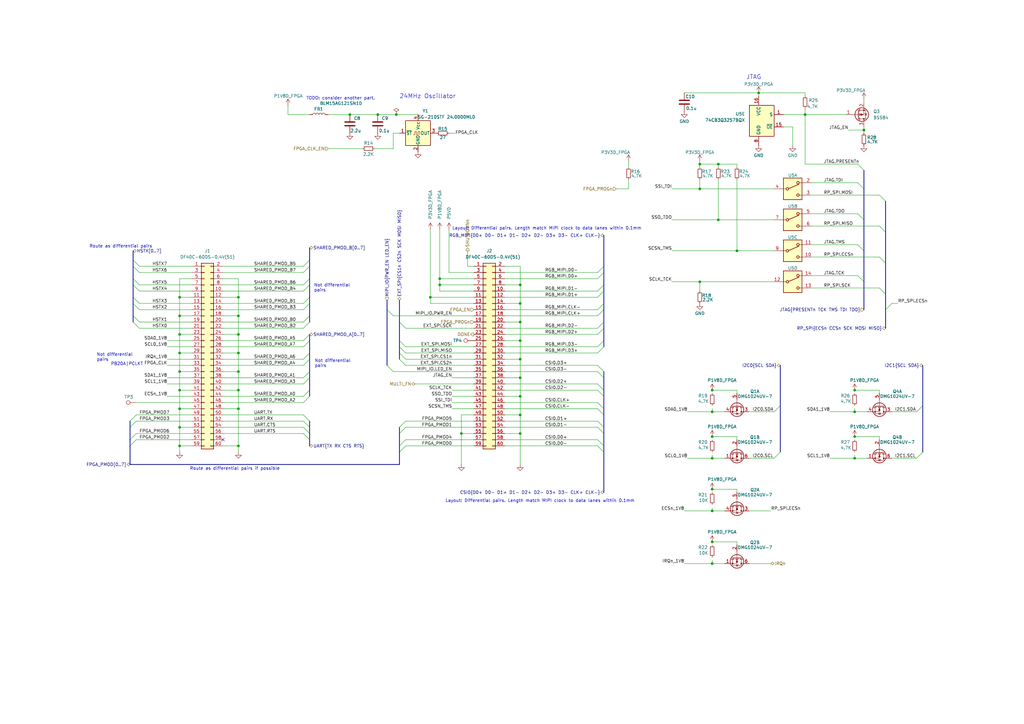
<source format=kicad_sch>
(kicad_sch (version 20250114) (generator "eeschema") (generator_version "9.0")
  (paper "A3")
  (title_block (title "SYZYGY MIPI Adapter") (rev "0.1") (company "tinyVision.ai Inc."))
  (text "24MHz Oscillator" (at 163.83 40.64 0) (effects (font (size 1.778 1.778)) (justify left bottom)))
  (text "Layout: Differential pairs. Length match MIPI clock to data lanes within 0.1mm" (at 221.488 205.486 0) (effects (font (size 1.27 1.27))))
  (text "TODO: consider another part." (at 139.7 40.386 0) (effects (font (size 1.27 1.27))))
  (text "Not differential\npairs" (at 39.624 146.558 0) (effects (font (size 1.27 1.27)) (justify left)))
  (text "JTAG" (at 306.07 32.766 0) (effects (font (size 1.778 1.778)) (justify left bottom)))
  (text "PB20A|PCLKT" (at 52.07 149.352 0) (effects (font (size 1.27 1.27))))
  (text "Route as differential pairs" (at 62.484 101.092 0) (effects (font (size 1.27 1.27)) (justify right)))
  (text "Layout: Differential pairs. Length match MIPI clock to data lanes within 0.1mm" (at 224.282 93.726 0) (effects (font (size 1.27 1.27))))
  (text "Route as differential pairs if possible" (at 114.808 192.278 0) (effects (font (size 1.27 1.27)) (justify right)))
  (text "Not differential\npairs" (at 129.032 149.098 0) (effects (font (size 1.27 1.27)) (justify left)))
  (text "Not differential\npairs" (at 128.778 118.11 0) (effects (font (size 1.27 1.27)) (justify left)))
  (junction (at 213.36 139.7))
  (junction (at 97.79 121.92))
  (junction (at 73.66 175.26))
  (junction (at 292.1 179.07))
  (junction (at 189.23 177.8))
  (junction (at 73.66 144.78))
  (junction (at 287.02 77.47))
  (junction (at 213.36 124.46))
  (junction (at 73.66 160.02))
  (junction (at 213.36 147.32))
  (junction (at 213.36 170.18))
  (junction (at 143.51 46.99))
  (junction (at 213.36 177.8))
  (junction (at 287.02 115.57))
  (junction (at 97.79 144.78))
  (junction (at 213.36 154.94))
  (junction (at 73.66 152.4))
  (junction (at 292.1 209.55))
  (junction (at 97.79 152.4))
  (junction (at 154.94 46.99))
  (junction (at 350.52 179.07))
  (junction (at 176.53 121.92))
  (junction (at 292.1 187.96))
  (junction (at 311.15 38.1))
  (junction (at 73.66 167.64))
  (junction (at 294.64 67.31))
  (junction (at 292.1 168.91))
  (junction (at 73.66 129.54))
  (junction (at 73.66 182.88))
  (junction (at 292.1 160.02))
  (junction (at 330.2 46.99))
  (junction (at 97.79 182.88))
  (junction (at 73.66 137.16))
  (junction (at 180.34 116.84))
  (junction (at 354.33 53.34))
  (junction (at 292.1 200.66))
  (junction (at 97.79 167.64))
  (junction (at 97.79 160.02))
  (junction (at 97.79 129.54))
  (junction (at 350.52 160.02))
  (junction (at 350.52 187.96))
  (junction (at 73.66 121.92))
  (junction (at 302.26 102.87))
  (junction (at 97.79 137.16))
  (junction (at 292.1 222.25))
  (junction (at 213.36 116.84))
  (junction (at 213.36 162.56))
  (junction (at 180.34 114.3))
  (junction (at 162.56 46.99))
  (junction (at 350.52 168.91))
  (junction (at 213.36 132.08))
  (junction (at 292.1 231.14))
  (junction (at 294.64 90.17))
  (junction (at 287.02 67.31))
  (no_connect (at 91.44 180.34))
  (bus_entry (at 354.33 90.17) (size -2.54 -2.54))
  (bus_entry (at 360.68 92.71) (size 2.54 2.54))
  (bus_entry (at 163.83 132.08) (size 2.54 2.54))
  (bus_entry (at 127 114.3) (size -2.54 2.54))
  (bus_entry (at 53.34 182.88) (size 2.54 -2.54))
  (bus_entry (at 354.33 77.47) (size -2.54 -2.54))
  (bus_entry (at 247.65 154.94) (size -2.54 -2.54))
  (bus_entry (at 247.65 167.64) (size -2.54 -2.54))
  (bus_entry (at 363.22 120.65) (size -2.54 -2.54))
  (bus_entry (at 163.83 144.78) (size 2.54 2.54))
  (bus_entry (at 360.68 105.41) (size 2.54 2.54))
  (bus_entry (at 127 137.16) (size -2.54 2.54))
  (bus_entry (at 127 124.46) (size -2.54 2.54))
  (bus_entry (at 320.04 185.42) (size -2.54 2.54))
  (bus_entry (at 54.61 121.92) (size 2.54 2.54))
  (bus_entry (at 127 116.84) (size -2.54 2.54))
  (bus_entry (at 163.83 142.24) (size 2.54 2.54))
  (bus_entry (at 127 132.08) (size -2.54 2.54))
  (bus_entry (at 127 162.56) (size -2.54 2.54))
  (bus_entry (at 378.46 166.37) (size -2.54 2.54))
  (bus_entry (at 158.75 127) (size 2.54 2.54))
  (bus_entry (at 247.65 124.46) (size -2.54 2.54))
  (bus_entry (at 127 152.4) (size -2.54 2.54))
  (bus_entry (at 127 106.68) (size -2.54 2.54))
  (bus_entry (at 247.65 162.56) (size -2.54 -2.54))
  (bus_entry (at 127 147.32) (size -2.54 2.54))
  (bus_entry (at 127 144.78) (size -2.54 2.54))
  (bus_entry (at 163.83 175.26) (size 2.54 -2.54))
  (bus_entry (at 378.46 185.42) (size -2.54 2.54))
  (bus_entry (at 247.65 127) (size -2.54 2.54))
  (bus_entry (at 363.22 82.55) (size -2.54 -2.54))
  (bus_entry (at 53.34 172.72) (size 2.54 -2.54))
  (bus_entry (at 127 129.54) (size -2.54 2.54))
  (bus_entry (at 127 121.92) (size -2.54 2.54))
  (bus_entry (at 54.61 129.54) (size 2.54 2.54))
  (bus_entry (at 247.65 116.84) (size -2.54 2.54))
  (bus_entry (at 127 175.26) (size -2.54 -2.54))
  (bus_entry (at 54.61 132.08) (size 2.54 2.54))
  (bus_entry (at 127 180.34) (size -2.54 -2.54))
  (bus_entry (at 247.65 175.26) (size -2.54 -2.54))
  (bus_entry (at 53.34 175.26) (size 2.54 -2.54))
  (bus_entry (at 163.83 177.8) (size 2.54 -2.54))
  (bus_entry (at 247.65 152.4) (size -2.54 -2.54))
  (bus_entry (at 247.65 170.18) (size -2.54 -2.54))
  (bus_entry (at 127 139.7) (size -2.54 2.54))
  (bus_entry (at 247.65 177.8) (size -2.54 -2.54))
  (bus_entry (at 54.61 114.3) (size 2.54 2.54))
  (bus_entry (at 247.65 185.42) (size -2.54 -2.54))
  (bus_entry (at 53.34 180.34) (size 2.54 -2.54))
  (bus_entry (at 54.61 124.46) (size 2.54 2.54))
  (bus_entry (at 247.65 142.24) (size -2.54 2.54))
  (bus_entry (at 247.65 132.08) (size -2.54 2.54))
  (bus_entry (at 163.83 185.42) (size 2.54 -2.54))
  (bus_entry (at 247.65 134.62) (size -2.54 2.54))
  (bus_entry (at 127 154.94) (size -2.54 2.54))
  (bus_entry (at 158.75 149.86) (size 2.54 2.54))
  (bus_entry (at 247.65 119.38) (size -2.54 2.54))
  (bus_entry (at 127 172.72) (size -2.54 -2.54))
  (bus_entry (at 247.65 111.76) (size -2.54 2.54))
  (bus_entry (at 354.33 115.57) (size -2.54 -2.54))
  (bus_entry (at 163.83 139.7) (size 2.54 2.54))
  (bus_entry (at 54.61 106.68) (size 2.54 2.54))
  (bus_entry (at 54.61 116.84) (size 2.54 2.54))
  (bus_entry (at 247.65 160.02) (size -2.54 -2.54))
  (bus_entry (at 163.83 147.32) (size 2.54 2.54))
  (bus_entry (at 363.22 127) (size 2.54 -2.54))
  (bus_entry (at 127 177.8) (size -2.54 -2.54))
  (bus_entry (at 247.65 182.88) (size -2.54 -2.54))
  (bus_entry (at 354.33 102.87) (size -2.54 -2.54))
  (bus_entry (at 163.83 182.88) (size 2.54 -2.54))
  (bus_entry (at 127 109.22) (size -2.54 2.54))
  (bus_entry (at 354.33 69.85) (size -2.54 -2.54))
  (bus_entry (at 247.65 139.7) (size -2.54 2.54))
  (bus_entry (at 127 160.02) (size -2.54 2.54))
  (bus_entry (at 54.61 109.22) (size 2.54 2.54))
  (bus_entry (at 247.65 109.22) (size -2.54 2.54))
  (bus_entry (at 320.04 166.37) (size -2.54 2.54))
  (bus (pts (xy 247.65 127) (xy 247.65 132.08)))
  (wire (pts (xy 207.01 165.1) (xy 245.11 165.1)))
  (wire (pts (xy 73.66 182.88) (xy 78.74 182.88)))
  (wire (pts (xy 73.66 167.64) (xy 78.74 167.64)))
  (wire (pts (xy 97.79 121.92) (xy 97.79 129.54)))
  (wire (pts (xy 91.44 170.18) (xy 124.46 170.18)))
  (wire (pts (xy 73.66 121.92) (xy 73.66 129.54)))
  (bus (pts (xy 163.83 144.78) (xy 163.83 147.32)))
  (wire (pts (xy 166.37 142.24) (xy 194.31 142.24)))
  (wire (pts (xy 134.62 60.96) (xy 148.59 60.96)))
  (bus (pts (xy 127 116.84) (xy 127 121.92)))
  (bus (pts (xy 127 152.4) (xy 127 154.94)))
  (wire (pts (xy 73.66 144.78) (xy 73.66 152.4)))
  (bus (pts (xy 54.61 109.22) (xy 54.61 114.3)))
  (bus (pts (xy 54.61 129.54) (xy 54.61 132.08)))
  (wire (pts (xy 57.15 119.38) (xy 78.74 119.38)))
  (wire (pts (xy 180.34 114.3) (xy 194.31 114.3)))
  (bus (pts (xy 247.65 160.02) (xy 247.65 154.94)))
  (wire (pts (xy 332.74 113.03) (xy 351.79 113.03)))
  (wire (pts (xy 91.44 127) (xy 124.46 127)))
  (wire (pts (xy 91.44 144.78) (xy 97.79 144.78)))
  (wire (pts (xy 207.01 149.86) (xy 245.11 149.86)))
  (bus (pts (xy 363.22 82.55) (xy 363.22 95.25)))
  (wire (pts (xy 275.59 115.57) (xy 287.02 115.57)))
  (wire (pts (xy 191.77 102.87) (xy 191.77 109.22)))
  (bus (pts (xy 354.33 77.47) (xy 354.33 90.17)))
  (bus (pts (xy 127 114.3) (xy 127 116.84)))
  (wire (pts (xy 213.36 170.18) (xy 213.36 177.8)))
  (wire (pts (xy 207.01 172.72) (xy 245.11 172.72)))
  (wire (pts (xy 170.18 157.48) (xy 194.31 157.48)))
  (wire (pts (xy 73.66 160.02) (xy 73.66 167.64)))
  (wire (pts (xy 340.36 168.91) (xy 350.52 168.91)))
  (wire (pts (xy 176.53 124.46) (xy 194.31 124.46)))
  (bus (pts (xy 247.65 201.93) (xy 247.65 185.42)))
  (bus (pts (xy 247.65 170.18) (xy 247.65 167.64)))
  (wire (pts (xy 213.36 177.8) (xy 213.36 190.5)))
  (wire (pts (xy 257.81 77.47) (xy 252.73 77.47)))
  (wire (pts (xy 207.01 132.08) (xy 213.36 132.08)))
  (bus (pts (xy 163.83 142.24) (xy 163.83 144.78)))
  (wire (pts (xy 302.26 73.66) (xy 302.26 102.87)))
  (wire (pts (xy 57.15 116.84) (xy 78.74 116.84)))
  (wire (pts (xy 68.58 147.32) (xy 78.74 147.32)))
  (wire (pts (xy 292.1 208.28) (xy 292.1 209.55)))
  (wire (pts (xy 207.01 180.34) (xy 245.11 180.34)))
  (wire (pts (xy 332.74 92.71) (xy 360.68 92.71)))
  (bus (pts (xy 158.75 123.19) (xy 158.75 127)))
  (wire (pts (xy 68.58 157.48) (xy 78.74 157.48)))
  (bus (pts (xy 354.33 90.17) (xy 354.33 102.87)))
  (wire (pts (xy 73.66 129.54) (xy 73.66 137.16)))
  (wire (pts (xy 189.23 170.18) (xy 189.23 177.8)))
  (wire (pts (xy 365.76 187.96) (xy 375.92 187.96)))
  (wire (pts (xy 73.66 114.3) (xy 73.66 121.92)))
  (wire (pts (xy 55.88 170.18) (xy 78.74 170.18)))
  (wire (pts (xy 360.68 180.34) (xy 360.68 179.07)))
  (wire (pts (xy 330.2 67.31) (xy 351.79 67.31)))
  (wire (pts (xy 257.81 66.04) (xy 257.81 68.58)))
  (wire (pts (xy 184.15 111.76) (xy 194.31 111.76)))
  (wire (pts (xy 294.64 68.58) (xy 294.64 67.31)))
  (bus (pts (xy 54.61 102.87) (xy 54.61 106.68)))
  (wire (pts (xy 302.26 200.66) (xy 292.1 200.66)))
  (wire (pts (xy 166.37 172.72) (xy 194.31 172.72)))
  (wire (pts (xy 176.53 93.98) (xy 176.53 121.92)))
  (wire (pts (xy 97.79 185.42) (xy 97.79 182.88)))
  (wire (pts (xy 350.52 167.64) (xy 350.52 168.91)))
  (wire (pts (xy 287.02 115.57) (xy 317.5 115.57)))
  (wire (pts (xy 180.34 119.38) (xy 194.31 119.38)))
  (wire (pts (xy 321.31 46.99) (xy 330.2 46.99)))
  (bus (pts (xy 247.65 142.24) (xy 247.65 139.7)))
  (wire (pts (xy 302.26 102.87) (xy 317.5 102.87)))
  (wire (pts (xy 194.31 177.8) (xy 189.23 177.8)))
  (wire (pts (xy 185.42 165.1) (xy 194.31 165.1)))
  (wire (pts (xy 97.79 114.3) (xy 97.79 121.92)))
  (wire (pts (xy 332.74 100.33) (xy 351.79 100.33)))
  (wire (pts (xy 350.52 168.91) (xy 355.6 168.91)))
  (wire (pts (xy 73.66 175.26) (xy 78.74 175.26)))
  (wire (pts (xy 91.44 119.38) (xy 124.46 119.38)))
  (wire (pts (xy 207.01 137.16) (xy 245.11 137.16)))
  (wire (pts (xy 91.44 165.1) (xy 124.46 165.1)))
  (wire (pts (xy 330.2 44.45) (xy 330.2 46.99)))
  (wire (pts (xy 189.23 177.8) (xy 189.23 190.5)))
  (wire (pts (xy 360.68 179.07) (xy 350.52 179.07)))
  (wire (pts (xy 213.36 109.22) (xy 213.36 116.84)))
  (bus (pts (xy 247.65 134.62) (xy 247.65 139.7)))
  (wire (pts (xy 91.44 134.62) (xy 124.46 134.62)))
  (wire (pts (xy 57.15 111.76) (xy 78.74 111.76)))
  (wire (pts (xy 360.68 160.02) (xy 360.68 161.29)))
  (wire (pts (xy 161.29 60.96) (xy 161.29 54.61)))
  (bus (pts (xy 163.83 123.19) (xy 163.83 132.08)))
  (wire (pts (xy 332.74 87.63) (xy 351.79 87.63)))
  (wire (pts (xy 91.44 111.76) (xy 124.46 111.76)))
  (wire (pts (xy 213.36 139.7) (xy 213.36 147.32)))
  (wire (pts (xy 162.56 46.99) (xy 171.45 46.99)))
  (bus (pts (xy 127 121.92) (xy 127 124.46)))
  (wire (pts (xy 302.26 68.58) (xy 302.26 67.31)))
  (wire (pts (xy 280.67 231.14) (xy 292.1 231.14)))
  (bus (pts (xy 127 129.54) (xy 127 132.08)))
  (wire (pts (xy 207.01 167.64) (xy 245.11 167.64)))
  (wire (pts (xy 302.26 201.93) (xy 302.26 200.66)))
  (wire (pts (xy 161.29 129.54) (xy 194.31 129.54)))
  (bus (pts (xy 127 106.68) (xy 127 109.22)))
  (wire (pts (xy 97.79 137.16) (xy 97.79 144.78)))
  (wire (pts (xy 55.88 165.1) (xy 78.74 165.1)))
  (wire (pts (xy 57.15 124.46) (xy 78.74 124.46)))
  (wire (pts (xy 91.44 147.32) (xy 124.46 147.32)))
  (wire (pts (xy 275.59 90.17) (xy 294.64 90.17)))
  (wire (pts (xy 365.76 124.46) (xy 368.3 124.46)))
  (wire (pts (xy 57.15 127) (xy 78.74 127)))
  (wire (pts (xy 340.36 187.96) (xy 350.52 187.96)))
  (wire (pts (xy 275.59 77.47) (xy 287.02 77.47)))
  (wire (pts (xy 207.01 177.8) (xy 213.36 177.8)))
  (wire (pts (xy 55.88 172.72) (xy 78.74 172.72)))
  (wire (pts (xy 73.66 129.54) (xy 78.74 129.54)))
  (bus (pts (xy 363.22 127) (xy 363.22 134.62)))
  (wire (pts (xy 68.58 139.7) (xy 78.74 139.7)))
  (bus (pts (xy 127 109.22) (xy 127 114.3)))
  (wire (pts (xy 91.44 129.54) (xy 97.79 129.54)))
  (bus (pts (xy 127 180.34) (xy 127 182.88)))
  (wire (pts (xy 207.01 170.18) (xy 213.36 170.18)))
  (bus (pts (xy 247.65 116.84) (xy 247.65 111.76)))
  (bus (pts (xy 127 175.26) (xy 127 177.8)))
  (wire (pts (xy 350.52 186.69) (xy 350.52 187.96)))
  (wire (pts (xy 161.29 152.4) (xy 194.31 152.4)))
  (bus (pts (xy 354.33 102.87) (xy 354.33 115.57)))
  (wire (pts (xy 73.66 152.4) (xy 78.74 152.4)))
  (wire (pts (xy 73.66 160.02) (xy 78.74 160.02)))
  (wire (pts (xy 207.01 119.38) (xy 245.11 119.38)))
  (bus (pts (xy 127 101.6) (xy 127 106.68)))
  (wire (pts (xy 292.1 167.64) (xy 292.1 168.91)))
  (wire (pts (xy 325.12 52.07) (xy 321.31 52.07)))
  (wire (pts (xy 281.94 168.91) (xy 292.1 168.91)))
  (wire (pts (xy 280.67 209.55) (xy 292.1 209.55)))
  (wire (pts (xy 207.01 147.32) (xy 213.36 147.32)))
  (wire (pts (xy 287.02 67.31) (xy 287.02 68.58)))
  (wire (pts (xy 307.34 231.14) (xy 316.23 231.14)))
  (wire (pts (xy 207.01 134.62) (xy 245.11 134.62)))
  (wire (pts (xy 166.37 134.62) (xy 194.31 134.62)))
  (wire (pts (xy 78.74 114.3) (xy 73.66 114.3)))
  (wire (pts (xy 311.15 38.1) (xy 330.2 38.1)))
  (wire (pts (xy 91.44 114.3) (xy 97.79 114.3)))
  (bus (pts (xy 363.22 120.65) (xy 363.22 127)))
  (wire (pts (xy 91.44 124.46) (xy 124.46 124.46)))
  (bus (pts (xy 247.65 127) (xy 247.65 124.46)))
  (wire (pts (xy 68.58 142.24) (xy 78.74 142.24)))
  (wire (pts (xy 97.79 144.78) (xy 97.79 152.4)))
  (wire (pts (xy 332.74 118.11) (xy 360.68 118.11)))
  (wire (pts (xy 180.34 93.98) (xy 180.34 114.3)))
  (wire (pts (xy 330.2 46.99) (xy 330.2 67.31)))
  (wire (pts (xy 207.01 109.22) (xy 213.36 109.22)))
  (bus (pts (xy 247.65 109.22) (xy 247.65 111.76)))
  (bus (pts (xy 127 172.72) (xy 127 175.26)))
  (bus (pts (xy 247.65 167.64) (xy 247.65 162.56)))
  (wire (pts (xy 97.79 152.4) (xy 97.79 160.02)))
  (wire (pts (xy 91.44 175.26) (xy 124.46 175.26)))
  (bus (pts (xy 378.46 149.86) (xy 378.46 166.37)))
  (wire (pts (xy 176.53 121.92) (xy 176.53 124.46)))
  (bus (pts (xy 163.83 177.8) (xy 163.83 182.88)))
  (wire (pts (xy 185.42 167.64) (xy 194.31 167.64)))
  (wire (pts (xy 91.44 167.64) (xy 97.79 167.64)))
  (bus (pts (xy 127 137.16) (xy 127 139.7)))
  (wire (pts (xy 55.88 180.34) (xy 78.74 180.34)))
  (wire (pts (xy 176.53 121.92) (xy 194.31 121.92)))
  (bus (pts (xy 247.65 177.8) (xy 247.65 182.88)))
  (bus (pts (xy 247.65 96.52) (xy 247.65 109.22)))
  (wire (pts (xy 97.79 167.64) (xy 97.79 182.88)))
  (wire (pts (xy 207.01 160.02) (xy 245.11 160.02)))
  (wire (pts (xy 134.62 46.99) (xy 143.51 46.99)))
  (bus (pts (xy 247.65 177.8) (xy 247.65 175.26)))
  (wire (pts (xy 184.15 93.98) (xy 184.15 111.76)))
  (wire (pts (xy 207.01 157.48) (xy 245.11 157.48)))
  (wire (pts (xy 213.36 162.56) (xy 213.36 170.18)))
  (wire (pts (xy 91.44 121.92) (xy 97.79 121.92)))
  (wire (pts (xy 280.67 38.1) (xy 311.15 38.1)))
  (wire (pts (xy 91.44 116.84) (xy 124.46 116.84)))
  (bus (pts (xy 54.61 116.84) (xy 54.61 121.92)))
  (wire (pts (xy 257.81 73.66) (xy 257.81 77.47)))
  (bus (pts (xy 320.04 149.86) (xy 320.04 166.37)))
  (wire (pts (xy 91.44 142.24) (xy 124.46 142.24)))
  (bus (pts (xy 247.65 116.84) (xy 247.65 119.38)))
  (wire (pts (xy 207.01 114.3) (xy 245.11 114.3)))
  (wire (pts (xy 287.02 73.66) (xy 287.02 77.47)))
  (wire (pts (xy 191.77 109.22) (xy 194.31 109.22)))
  (wire (pts (xy 184.15 54.61) (xy 186.69 54.61)))
  (wire (pts (xy 73.66 121.92) (xy 78.74 121.92)))
  (bus (pts (xy 127 177.8) (xy 127 180.34)))
  (wire (pts (xy 354.33 41.91) (xy 354.33 40.64)))
  (wire (pts (xy 68.58 149.86) (xy 78.74 149.86)))
  (wire (pts (xy 213.36 132.08) (xy 213.36 139.7)))
  (wire (pts (xy 166.37 144.78) (xy 194.31 144.78)))
  (bus (pts (xy 158.75 127) (xy 158.75 149.86)))
  (wire (pts (xy 213.36 147.32) (xy 213.36 154.94)))
  (bus (pts (xy 320.04 166.37) (xy 320.04 185.42)))
  (wire (pts (xy 302.26 67.31) (xy 294.64 67.31)))
  (bus (pts (xy 247.65 185.42) (xy 247.65 182.88)))
  (wire (pts (xy 73.66 137.16) (xy 78.74 137.16)))
  (bus (pts (xy 378.46 166.37) (xy 378.46 185.42)))
  (wire (pts (xy 302.26 160.02) (xy 302.26 161.29)))
  (bus (pts (xy 53.34 175.26) (xy 53.34 180.34)))
  (wire (pts (xy 354.33 53.34) (xy 354.33 52.07)))
  (wire (pts (xy 350.52 187.96) (xy 355.6 187.96)))
  (wire (pts (xy 292.1 209.55) (xy 297.18 209.55)))
  (wire (pts (xy 207.01 144.78) (xy 245.11 144.78)))
  (bus (pts (xy 247.65 154.94) (xy 247.65 152.4)))
  (wire (pts (xy 73.66 137.16) (xy 73.66 144.78)))
  (bus (pts (xy 53.34 172.72) (xy 53.34 175.26)))
  (wire (pts (xy 294.64 90.17) (xy 317.5 90.17)))
  (wire (pts (xy 180.34 116.84) (xy 194.31 116.84)))
  (wire (pts (xy 332.74 80.01) (xy 360.68 80.01)))
  (wire (pts (xy 354.33 53.34) (xy 347.98 53.34)))
  (wire (pts (xy 91.44 152.4) (xy 97.79 152.4)))
  (wire (pts (xy 307.34 168.91) (xy 317.5 168.91)))
  (wire (pts (xy 207.01 124.46) (xy 213.36 124.46)))
  (wire (pts (xy 213.36 124.46) (xy 213.36 132.08)))
  (wire (pts (xy 153.67 60.96) (xy 161.29 60.96)))
  (bus (pts (xy 247.65 175.26) (xy 247.65 170.18)))
  (wire (pts (xy 292.1 229.87) (xy 292.1 231.14)))
  (wire (pts (xy 91.44 137.16) (xy 97.79 137.16)))
  (wire (pts (xy 55.88 177.8) (xy 78.74 177.8)))
  (wire (pts (xy 97.79 160.02) (xy 97.79 167.64)))
  (wire (pts (xy 292.1 231.14) (xy 297.18 231.14)))
  (wire (pts (xy 365.76 168.91) (xy 375.92 168.91)))
  (wire (pts (xy 97.79 129.54) (xy 97.79 137.16)))
  (bus (pts (xy 127 139.7) (xy 127 144.78)))
  (wire (pts (xy 91.44 172.72) (xy 124.46 172.72)))
  (wire (pts (xy 185.42 160.02) (xy 194.31 160.02)))
  (wire (pts (xy 332.74 74.93) (xy 351.79 74.93)))
  (wire (pts (xy 207.01 142.24) (xy 245.11 142.24)))
  (wire (pts (xy 91.44 139.7) (xy 124.46 139.7)))
  (wire (pts (xy 207.01 182.88) (xy 245.11 182.88)))
  (wire (pts (xy 287.02 115.57) (xy 287.02 119.38)))
  (wire (pts (xy 302.26 223.52) (xy 302.26 222.25)))
  (wire (pts (xy 330.2 39.37) (xy 330.2 38.1)))
  (bus (pts (xy 363.22 107.95) (xy 363.22 120.65)))
  (wire (pts (xy 302.26 179.07) (xy 292.1 179.07)))
  (wire (pts (xy 207.01 121.92) (xy 245.11 121.92)))
  (wire (pts (xy 207.01 111.76) (xy 245.11 111.76)))
  (wire (pts (xy 73.66 167.64) (xy 73.66 175.26)))
  (bus (pts (xy 247.65 160.02) (xy 247.65 162.56)))
  (wire (pts (xy 213.36 154.94) (xy 213.36 162.56)))
  (wire (pts (xy 302.26 222.25) (xy 292.1 222.25)))
  (wire (pts (xy 73.66 144.78) (xy 78.74 144.78)))
  (wire (pts (xy 287.02 66.04) (xy 287.02 67.31)))
  (bus (pts (xy 54.61 124.46) (xy 54.61 129.54)))
  (wire (pts (xy 166.37 182.88) (xy 194.31 182.88)))
  (bus (pts (xy 127 154.94) (xy 127 160.02)))
  (wire (pts (xy 57.15 109.22) (xy 78.74 109.22)))
  (wire (pts (xy 57.15 132.08) (xy 78.74 132.08)))
  (bus (pts (xy 163.83 182.88) (xy 163.83 185.42)))
  (wire (pts (xy 180.34 114.3) (xy 180.34 116.84)))
  (wire (pts (xy 292.1 186.69) (xy 292.1 187.96)))
  (wire (pts (xy 311.15 38.1) (xy 311.15 39.37)))
  (wire (pts (xy 91.44 162.56) (xy 124.46 162.56)))
  (wire (pts (xy 180.34 116.84) (xy 180.34 119.38)))
  (wire (pts (xy 292.1 168.91) (xy 297.18 168.91)))
  (wire (pts (xy 292.1 187.96) (xy 297.18 187.96)))
  (bus (pts (xy 127 160.02) (xy 127 162.56)))
  (bus (pts (xy 163.83 139.7) (xy 163.83 142.24)))
  (wire (pts (xy 294.64 67.31) (xy 287.02 67.31)))
  (wire (pts (xy 207.01 139.7) (xy 213.36 139.7)))
  (wire (pts (xy 68.58 154.94) (xy 78.74 154.94)))
  (bus (pts (xy 127 144.78) (xy 127 147.32)))
  (bus (pts (xy 53.34 182.88) (xy 53.34 190.5)))
  (wire (pts (xy 354.33 54.61) (xy 354.33 53.34)))
  (wire (pts (xy 73.66 152.4) (xy 73.66 160.02)))
  (wire (pts (xy 207.01 162.56) (xy 213.36 162.56)))
  (bus (pts (xy 247.65 119.38) (xy 247.65 124.46)))
  (wire (pts (xy 118.11 46.99) (xy 127 46.99)))
  (bus (pts (xy 127 147.32) (xy 127 152.4)))
  (wire (pts (xy 91.44 149.86) (xy 124.46 149.86)))
  (wire (pts (xy 166.37 180.34) (xy 194.31 180.34)))
  (bus (pts (xy 354.33 69.85) (xy 354.33 77.47)))
  (wire (pts (xy 91.44 160.02) (xy 97.79 160.02)))
  (wire (pts (xy 287.02 77.47) (xy 317.5 77.47)))
  (wire (pts (xy 294.64 73.66) (xy 294.64 90.17)))
  (bus (pts (xy 354.33 115.57) (xy 354.33 127)))
  (bus (pts (xy 247.65 132.08) (xy 247.65 134.62)))
  (wire (pts (xy 325.12 59.69) (xy 325.12 52.07)))
  (wire (pts (xy 332.74 105.41) (xy 360.68 105.41)))
  (wire (pts (xy 68.58 162.56) (xy 78.74 162.56)))
  (wire (pts (xy 307.34 187.96) (xy 317.5 187.96)))
  (wire (pts (xy 91.44 132.08) (xy 124.46 132.08)))
  (wire (pts (xy 91.44 154.94) (xy 124.46 154.94)))
  (wire (pts (xy 118.11 43.18) (xy 118.11 46.99)))
  (wire (pts (xy 194.31 170.18) (xy 189.23 170.18)))
  (wire (pts (xy 73.66 182.88) (xy 73.66 185.42)))
  (wire (pts (xy 207.01 154.94) (xy 213.36 154.94)))
  (wire (pts (xy 154.94 46.99) (xy 162.56 46.99)))
  (bus (pts (xy 163.83 132.08) (xy 163.83 139.7)))
  (wire (pts (xy 91.44 109.22) (xy 124.46 109.22)))
  (bus (pts (xy 54.61 106.68) (xy 54.61 109.22)))
  (wire (pts (xy 143.51 46.99) (xy 154.94 46.99)))
  (wire (pts (xy 207.01 116.84) (xy 213.36 116.84)))
  (wire (pts (xy 207.01 152.4) (xy 245.11 152.4)))
  (wire (pts (xy 213.36 116.84) (xy 213.36 124.46)))
  (bus (pts (xy 54.61 121.92) (xy 54.61 124.46)))
  (bus (pts (xy 363.22 95.25) (xy 363.22 107.95)))
  (bus (pts (xy 127 124.46) (xy 127 129.54)))
  (wire (pts (xy 207.01 127) (xy 245.11 127)))
  (wire (pts (xy 307.34 209.55) (xy 316.23 209.55)))
  (wire (pts (xy 97.79 182.88) (xy 91.44 182.88)))
  (wire (pts (xy 91.44 157.48) (xy 124.46 157.48)))
  (wire (pts (xy 185.42 162.56) (xy 194.31 162.56)))
  (wire (pts (xy 185.42 154.94) (xy 194.31 154.94)))
  (bus (pts (xy 53.34 190.5) (xy 163.83 190.5)))
  (bus (pts (xy 163.83 190.5) (xy 163.83 185.42)))
  (wire (pts (xy 73.66 175.26) (xy 73.66 182.88)))
  (wire (pts (xy 166.37 175.26) (xy 194.31 175.26)))
  (wire (pts (xy 161.29 54.61) (xy 163.83 54.61)))
  (bus (pts (xy 54.61 114.3) (xy 54.61 116.84)))
  (bus (pts (xy 163.83 175.26) (xy 163.83 177.8)))
  (wire (pts (xy 302.26 160.02) (xy 292.1 160.02)))
  (wire (pts (xy 275.59 102.87) (xy 302.26 102.87)))
  (wire (pts (xy 281.94 187.96) (xy 292.1 187.96)))
  (wire (pts (xy 207.01 175.26) (xy 245.11 175.26)))
  (wire (pts (xy 330.2 46.99) (xy 346.71 46.99)))
  (wire (pts (xy 57.15 134.62) (xy 78.74 134.62)))
  (wire (pts (xy 166.37 147.32) (xy 194.31 147.32)))
  (bus (pts (xy 53.34 180.34) (xy 53.34 182.88)))
  (wire (pts (xy 360.68 160.02) (xy 350.52 160.02)))
  (wire (pts (xy 166.37 149.86) (xy 194.31 149.86)))
  (wire (pts (xy 207.01 129.54) (xy 245.11 129.54)))
  (wire (pts (xy 302.26 180.34) (xy 302.26 179.07)))
  (wire (pts (xy 91.44 177.8) (xy 124.46 177.8)))
  (label "RGB_MIPI.D2+" (at 223.52 137.16 0))
  (label "SCL1_1V8" (at 340.36 187.96 180))
  (label "RGB_MIPI.D1+" (at 223.52 121.92 0))
  (label "RP_SPI.MISO" (at 337.82 92.71 0))
  (label "SHARED_PMOD_A0" (at 104.14 162.56 0))
  (label "FPGA_PMOD6" (at 57.15 177.8 0))
  (label "SSO_TDO" (at 275.59 90.17 180))
  (label "HSTX5" (at 68.58 116.84 180))
  (label "SSI_TDI" (at 185.42 165.1 180))
  (label "SHARED_PMOD_A4" (at 104.14 149.86 0))
  (label "RP_SPI.ECSn" (at 316.23 209.55 0))
  (label "I2C0.SCL" (at 308.61 187.96 0))
  (label "UART.TX" (at 104.14 170.18 0))
  (label "FPGA_PMOD3" (at 57.15 172.72 0))
  (label "SHARED_PMOD_B7" (at 104.14 111.76 0))
  (label "RP_SPI.ECSn" (at 368.3 124.46 0))
  (label "SCLK_TCK" (at 185.42 160.02 180))
  (label "EXT_SPI.CS2n" (at 185.42 149.86 180))
  (label "SHARED_PMOD_A6" (at 104.14 147.32 0))
  (label "CSI0.CLK-" (at 223.52 167.64 0))
  (label "CSI0.CLK+" (at 223.52 165.1 0))
  (label "JTAG_EN" (at 347.98 53.34 180))
  (label "JTAG.TMS" (at 337.82 100.33 0))
  (label "SCSN_TMS" (at 185.42 167.64 180))
  (label "SDA0_1V8" (at 281.94 168.91 180))
  (label "HSTX0" (at 68.58 134.62 180))
  (label "FPGA_PMOD5" (at 185.42 172.72 180))
  (label "SHARED_PMOD_B3" (at 104.14 127 0))
  (label "CSI0.D0+" (at 223.52 180.34 0))
  (label "HSTX7" (at 68.58 109.22 180))
  (label "HSTX6" (at 68.58 111.76 180))
  (label "SCL0_1V8" (at 68.58 142.24 180))
  (label "RP_SPI.CCSn" (at 337.82 105.41 0))
  (label "IRQn_1V8" (at 280.67 231.14 180))
  (label "CSI0.D0-" (at 223.52 182.88 0))
  (label "JTAG.TDO" (at 337.82 87.63 0))
  (label "IRQn_1V8" (at 68.58 147.32 180))
  (label "EXT_SPI.CS1n" (at 185.42 147.32 180))
  (label "EXT_SPI.MOSI" (at 185.42 142.24 180))
  (label "SHARED_PMOD_A2" (at 104.14 165.1 0))
  (label "SHARED_PMOD_B6" (at 104.14 116.84 0))
  (label "FPGA_CLK" (at 186.69 54.61 0))
  (label "HSTX3" (at 68.58 124.46 180))
  (label "SDA1_1V8" (at 68.58 154.94 180))
  (label "SHARED_PMOD_B4" (at 104.14 119.38 0))
  (label "SSI_TDI" (at 275.59 77.47 180))
  (label "I2C1.SDA" (at 367.03 168.91 0))
  (label "SHARED_PMOD_B0" (at 104.14 132.08 0))
  (label "RGB_MIPI.D0+" (at 223.52 114.3 0))
  (label "RGB_MIPI.D3-" (at 223.52 142.24 0))
  (label "RGB_MIPI.D0-" (at 223.52 111.76 0))
  (label "MIPI_IO.LED_EN" (at 185.42 152.4 180))
  (label "CSI0.D1+" (at 223.52 172.72 0))
  (label "UART.CTS" (at 104.14 175.26 0))
  (label "ECSn_1V8" (at 280.67 209.55 180))
  (label "SHARED_PMOD_A7" (at 104.14 142.24 0))
  (label "SHARED_PMOD_B2" (at 104.14 134.62 0))
  (label "HSTX1" (at 68.58 132.08 180))
  (label "CSI0.D3-" (at 223.52 152.4 0))
  (label "FPGA_PMOD0" (at 185.42 182.88 180))
  (label "RGB_MIPI.D2-" (at 223.52 134.62 0))
  (label "HSTX4" (at 68.58 119.38 180))
  (label "SDA0_1V8" (at 68.58 139.7 180))
  (label "SCSN_TMS" (at 275.59 102.87 180))
  (label "SDA1_1V8" (at 340.36 168.91 180))
  (label "FPGA_CLK" (at 68.58 149.86 180))
  (label "RGB_MIPI.CLK+" (at 223.52 129.54 0))
  (label "RGB_MIPI.D1-" (at 223.52 119.38 0))
  (label "UART.RX" (at 104.14 172.72 0))
  (label "SHARED_PMOD_A1" (at 104.14 154.94 0))
  (label "HSTX2" (at 68.58 127 180))
  (label "JTAG.PRESENTn" (at 337.82 67.31 0))
  (label "RP_SPI.MOSI" (at 337.82 80.01 0))
  (label "I2C0.SDA" (at 308.61 168.91 0))
  (label "CSI0.D2+" (at 223.52 157.48 0))
  (label "FPGA_PMOD7" (at 57.15 170.18 0))
  (label "EXT_SPI.SCK" (at 185.42 134.62 180))
  (label "RGB_MIPI.D3+" (at 223.52 144.78 0))
  (label "JTAG_EN" (at 185.42 154.94 180))
  (label "MIPI_IO.PWR_EN" (at 185.42 129.54 180))
  (label "FPGA_PMOD2" (at 57.15 180.34 0))
  (label "SSO_TDO" (at 185.42 162.56 180))
  (label "EXT_SPI.MISO" (at 185.42 144.78 180))
  (label "I2C1.SCL" (at 367.03 187.96 0))
  (label "SCL0_1V8" (at 281.94 187.96 180))
  (label "SHARED_PMOD_B5" (at 104.14 109.22 0))
  (label "JTAG.TDI" (at 337.82 74.93 0))
  (label "FPGA_PMOD4" (at 185.42 180.34 180))
  (label "RGB_MIPI.CLK-" (at 223.52 127 0))
  (label "SCL1_1V8" (at 68.58 157.48 180))
  (label "CSI0.D3+" (at 223.52 149.86 0))
  (label "SCLK_TCK" (at 275.59 115.57 180))
  (label "CSI0.D2-" (at 223.52 160.02 0))
  (label "RP_SPI.SCK" (at 337.82 118.11 0))
  (label "ECSn_1V8" (at 68.58 162.56 180))
  (label "FPGA_PMOD1" (at 185.42 175.26 180))
  (label "SHARED_PMOD_B1" (at 104.14 124.46 0))
  (label "UART.RTS" (at 104.14 177.8 0))
  (label "SHARED_PMOD_A3" (at 104.14 157.48 0))
  (label "JTAG.TCK" (at 337.82 113.03 0))
  (label "CSI0.D1-" (at 223.52 175.26 0))
  (label "SHARED_PMOD_A5" (at 104.14 139.7 0))
  (hierarchical_label "SHARED_PMOD_B[0..7]" (shape bidirectional) (at 127 101.6 0))
  (hierarchical_label "RP_SPI{ECSn CCSn SCK MOSI MISO}" (shape bidirectional) (at 363.22 134.62 180))
  (hierarchical_label "JTAG{PRESENTn TCK TMS TDI TDO}" (shape input) (at 354.33 127 180))
  (hierarchical_label "HSTX[0..7]" (shape bidirectional) (at 54.61 102.87 0))
  (hierarchical_label "SHARED_PMOD_A[0..7]" (shape bidirectional) (at 127 137.16 0))
  (hierarchical_label "FPGA_PROGn" (shape input) (at 252.73 77.47 180))
  (hierarchical_label "RGB_MIPI{D0+ D0- D1+ D1- D2+ D2- D3+ D3- CLK+ CLK-}" (shape bidirectional) (at 247.65 96.52 180))
  (hierarchical_label "MIPI_IO{PWR_EN LED_EN}" (shape input) (at 158.75 123.19 90))
  (hierarchical_label "FPGA_CLK_EN" (shape input) (at 134.62 60.96 180))
  (hierarchical_label "UART{TX RX CTS RTS}" (shape bidirectional) (at 127 182.88 0))
  (hierarchical_label "FPGA_PMOD[0..7]" (shape bidirectional) (at 53.34 190.5 180))
  (hierarchical_label "CSI0{D0+ D0- D1+ D1- D2+ D2- D3+ D3- CLK+ CLK-}" (shape bidirectional) (at 247.65 201.93 180))
  (hierarchical_label "FPGA_EN" (shape input) (at 194.31 127 180))
  (hierarchical_label "DONE" (shape output) (at 194.31 137.16 180))
  (hierarchical_label "I2C1{SCL SDA}" (shape bidirectional) (at 378.46 149.86 180))
  (hierarchical_label "FPGA_PROGn" (shape input) (at 194.31 132.08 180))
  (hierarchical_label "SHUTDOWNn" (shape output) (at 191.77 102.87 90))
  (hierarchical_label "I2C0{SCL SDA}" (shape bidirectional) (at 320.04 149.86 180))
  (hierarchical_label "MULTI_FN" (shape bidirectional) (at 170.18 157.48 180))
  (hierarchical_label "IRQn" (shape bidirectional) (at 316.23 231.14 0))
  (hierarchical_label "EXT_SPI{CS1n CS2n SCK MOSI MISO}" (shape bidirectional) (at 163.83 123.19 90))
  (symbol (lib_id "power:GND") (at 311.15 59.69 0) (mirror y) (unit 1)
    (property "Reference" "#PWR041" (effects (hide yes)))
    (property "Value" "GND" (at 311.15 63.754 0))
    (property "Description" "Power symbol creates a global label with name \"GND\" , ground" (effects (hide yes)))
  )
  (symbol (lib_id "Custom:DMG1024UV-7") (at 302.26 207.01 270) (unit 1)
    (property "Reference" "Q2" (at 309.626 200.914 90))
    (property "Value" "DMG1024UV-7" (at 309.626 202.946 90))
    (property "Footprint" "Package_TO_SOT_SMD:SOT-563" (effects (hide yes)))
    (property "Datasheet" "https://www.diodes.com/assets/Datasheets/ds31974.pdf" (effects (hide yes)))
    (property "Description" "Dual N-Channel MOSFET" (effects (hide yes)))
  )
  (symbol (lib_id "Connector_Generic:Conn_02x30_Odd_Even") (at 83.82 144.78 0) (unit 1)
    (property "Reference" "J1" (at 85.09 102.87 0))
    (property "Value" "DF40C-60DS-0.4V(51)" (at 85.09 105.41 0))
    (property "Description" "Generic connector, double row, 02x30, odd/even pin numbering scheme (row 1 odd numbers, row 2 even numbers), script generated (kicad-library-utils/schlib/autogen/connector/)" (effects (hide yes)))
  )
  (symbol (lib_id "Device:R_Small") (at 257.81 71.12 0) (mirror x) (unit 1)
    (property "Reference" "R16" (at 260.604 70.358 0))
    (property "Value" "4.7K" (at 261.112 72.136 0))
    (property "Footprint" "Resistor_SMD:R_0402_1005Metric" (effects (hide yes)))
    (property "Description" "Resistor, small symbol" (effects (hide yes)))
  )
  (symbol (lib_id "power:VCC") (at 354.33 40.64 0) (mirror y) (unit 1)
    (property "Reference" "#PWR045" (effects (hide yes)))
    (property "Value" "P3V3D_FPGA" (at 348.996 37.084 0))
    (property "Description" "Power symbol creates a global label with name \"VCC\"" (effects (hide yes)))
  )
  (symbol (lib_id "Device:R_Small") (at 350.52 182.88 0) (unit 1)
    (property "Reference" "R27" (at 346.71 181.356 0))
    (property "Value" "4.7K" (at 346.964 183.642 0))
    (property "Footprint" "Resistor_SMD:R_0402_1005Metric" (effects (hide yes)))
    (property "Description" "Resistor, small symbol" (effects (hide yes)))
    (property "MPN" "RC0402FR-0727RL" (effects (hide yes)))
    (property "Manufacturer" "YAGEO" (effects (hide yes)))
    (property "Supplier" "LCSC" (effects (hide yes)))
  )
  (symbol (lib_id "power:VCC") (at 292.1 179.07 0) (mirror y) (unit 1)
    (property "Reference" "#PWR037" (effects (hide yes)))
    (property "Value" "P1V8D_FPGA" (at 296.164 175.006 0))
    (property "Description" "Power symbol creates a global label with name \"VCC\"" (effects (hide yes)))
  )
  (symbol (lib_id "Device:R_Small") (at 350.52 163.83 0) (unit 1)
    (property "Reference" "R26" (at 346.71 162.306 0))
    (property "Value" "4.7K" (at 346.964 164.592 0))
    (property "Footprint" "Resistor_SMD:R_0402_1005Metric" (effects (hide yes)))
    (property "Description" "Resistor, small symbol" (effects (hide yes)))
    (property "MPN" "RC0402FR-0727RL" (effects (hide yes)))
    (property "Manufacturer" "YAGEO" (effects (hide yes)))
    (property "Supplier" "LCSC" (effects (hide yes)))
  )
  (symbol (lib_id "74xx:74CBTLV3257") (at 325.12 77.47 0) (unit 1)
    (property "Reference" "U5" (at 325.12 71.882 0))
    (property "Value" "74CB3Q3257BQX" (effects (hide yes)))
    (property "Datasheet" "http://www.ti.com/lit/ds/symlink/sn74cbtlv3257.pdf" (effects (hide yes)))
    (property "Description" "Quad 1:2 FET Multiplexer/Demultiplexer, Low-Voltage" (effects (hide yes)))
  )
  (symbol (lib_id "power:GND") (at 73.66 185.42 0) (mirror y) (unit 1)
    (property "Reference" "#PWR021" (effects (hide yes)))
    (property "Value" "GND" (effects (hide yes)))
    (property "Description" "Power symbol creates a global label with name \"GND\" , ground" (effects (hide yes)))
  )
  (symbol (lib_id "Custom:DMG1024UV-7") (at 302.26 166.37 270) (unit 1)
    (property "Reference" "Q1" (at 309.626 160.528 90))
    (property "Value" "DMG1024UV-7" (at 309.626 162.56 90))
    (property "Footprint" "Package_TO_SOT_SMD:SOT-563" (effects (hide yes)))
    (property "Datasheet" "https://www.diodes.com/assets/Datasheets/ds31974.pdf" (effects (hide yes)))
    (property "Description" "Dual N-Channel MOSFET" (effects (hide yes)))
  )
  (symbol (lib_id "Device:R_Small") (at 292.1 204.47 0) (unit 1)
    (property "Reference" "R21" (at 288.29 202.946 0))
    (property "Value" "10K" (at 288.544 205.232 0))
    (property "Footprint" "Resistor_SMD:R_0402_1005Metric" (effects (hide yes)))
    (property "Description" "Resistor, small symbol" (effects (hide yes)))
    (property "MPN" "RC0402FR-0727RL" (effects (hide yes)))
    (property "Manufacturer" "YAGEO" (effects (hide yes)))
    (property "Supplier" "LCSC" (effects (hide yes)))
  )
  (symbol (lib_id "Device:R_Small") (at 292.1 163.83 0) (unit 1)
    (property "Reference" "R19" (at 288.29 162.306 0))
    (property "Value" "4.7K" (at 288.544 164.592 0))
    (property "Footprint" "Resistor_SMD:R_0402_1005Metric" (effects (hide yes)))
    (property "Description" "Resistor, small symbol" (effects (hide yes)))
    (property "MPN" "RC0402FR-0727RL" (effects (hide yes)))
    (property "Manufacturer" "YAGEO" (effects (hide yes)))
    (property "Supplier" "LCSC" (effects (hide yes)))
  )
  (symbol (lib_id "74xx:74CBTLV3257") (at 325.12 102.87 0) (unit 3)
    (property "Reference" "U5" (at 325.12 97.282 0))
    (property "Value" "74CB3Q3257BQX" (effects (hide yes)))
    (property "Datasheet" "http://www.ti.com/lit/ds/symlink/sn74cbtlv3257.pdf" (effects (hide yes)))
    (property "Description" "Quad 1:2 FET Multiplexer/Demultiplexer, Low-Voltage" (effects (hide yes)))
  )
  (symbol (lib_id "Device:R_Small") (at 287.02 121.92 0) (mirror x) (unit 1)
    (property "Reference" "R18" (at 289.814 121.158 0))
    (property "Value" "2.2K" (at 290.322 122.936 0))
    (property "Footprint" "Resistor_SMD:R_0402_1005Metric" (effects (hide yes)))
    (property "Description" "Resistor, small symbol" (effects (hide yes)))
  )
  (symbol (lib_id "Custom:DMG1024UV-7") (at 302.26 228.6 270) (unit 2)
    (property "Reference" "Q2" (at 309.626 222.504 90))
    (property "Value" "DMG1024UV-7" (at 309.626 224.536 90))
    (property "Footprint" "Package_TO_SOT_SMD:SOT-563" (effects (hide yes)))
    (property "Datasheet" "https://www.diodes.com/assets/Datasheets/ds31974.pdf" (effects (hide yes)))
    (property "Description" "Dual N-Channel MOSFET" (effects (hide yes)))
  )
  (symbol (lib_id "Device:C") (at 280.67 41.91 180) (unit 1)
    (property "Reference" "C10" (at 284.988 39.624 0) (effects (justify left)))
    (property "Value" "0.1u" (at 285.75 44.45 0) (effects (justify left)))
    (property "Footprint" "Capacitor_SMD:C_0201_0603Metric" (effects (hide yes)))
    (property "Description" "Unpolarized capacitor" (effects (hide yes)))
  )
  (symbol (lib_id "power:VCC") (at 292.1 200.66 0) (mirror y) (unit 1)
    (property "Reference" "#PWR038" (effects (hide yes)))
    (property "Value" "P1V8D_FPGA" (at 296.164 196.596 0))
    (property "Description" "Power symbol creates a global label with name \"VCC\"" (effects (hide yes)))
  )
  (symbol (lib_id "Oscillator:SG-210STF") (at 171.45 54.61 0) (unit 1)
    (property "Reference" "Y1" (at 174.498 45.466 0))
    (property "Value" "SG-210STF 24.0000ML0" (at 183.134 48.006 0))
    (property "Footprint" "Oscillator:Oscillator_SMD_SeikoEpson_SG210-4Pin_2.5x2.0mm" (effects (hide yes)))
    (property "Datasheet" "https://support.epson.biz/td/api/doc_check.php?mode=dl&lang=en&Parts=SG-210STF" (effects (hide yes)))
    (property "Description" "CMOS Crystal Oscillator SPXO" (effects (hide yes)))
  )
  (symbol (lib_id "Device:C") (at 143.51 50.8 180) (unit 1)
    (property "Reference" "C8" (at 147.828 48.514 0) (effects (justify left)))
    (property "Value" "2.2u" (at 148.082 53.594 0) (effects (justify left)))
    (property "Footprint" "Capacitor_SMD:C_0402_1005Metric" (effects (hide yes)))
    (property "Description" "Unpolarized capacitor" (effects (hide yes)))
  )
  (symbol (lib_id "power:GND") (at 354.33 59.69 0) (mirror y) (unit 1)
    (property "Reference" "#PWR046" (effects (hide yes)))
    (property "Value" "GND" (effects (hide yes)))
    (property "Description" "Power symbol creates a global label with name \"GND\" , ground" (effects (hide yes)))
  )
  (symbol (lib_id "Device:R_Small") (at 287.02 71.12 0) (mirror x) (unit 1)
    (property "Reference" "R17" (at 289.814 70.358 0))
    (property "Value" "4.7K" (at 290.322 72.136 0))
    (property "Footprint" "Resistor_SMD:R_0402_1005Metric" (effects (hide yes)))
    (property "Description" "Resistor, small symbol" (effects (hide yes)))
  )
  (symbol (lib_id "Transistor_FET:BSS84") (at 351.79 46.99 0) (mirror x) (unit 1)
    (property "Reference" "Q3" (at 358.14 45.72 0) (effects (justify left)))
    (property "Value" "BSS84" (at 358.14 48.26 0) (effects (justify left)))
    (property "Footprint" "Package_TO_SOT_SMD:SOT-23" (effects (hide yes)))
    (property "Datasheet" "http://assets.nexperia.com/documents/data-sheet/BSS84.pdf" (effects (hide yes)))
    (property "Description" "-0.13A Id, -50V Vds, P-Channel MOSFET, SOT-23" (effects (hide yes)))
  )
  (symbol (lib_id "power:VCC") (at 287.02 66.04 0) (mirror y) (unit 1)
    (property "Reference" "#PWR034" (effects (hide yes)))
    (property "Value" "P3V3D_FPGA" (at 287.02 62.484 0))
    (property "Description" "Power symbol creates a global label with name \"VCC\"" (effects (hide yes)))
  )
  (symbol (lib_id "power:GND") (at 325.12 59.69 0) (mirror y) (unit 1)
    (property "Reference" "#PWR042" (effects (hide yes)))
    (property "Value" "GND" (at 325.12 63.754 0))
    (property "Description" "Power symbol creates a global label with name \"GND\" , ground" (effects (hide yes)))
  )
  (symbol (lib_id "Connector:TestPoint") (at 55.88 165.1 90) (unit 1)
    (property "Reference" "TP3" (at 52.832 162.814 90))
    (property "Value" "TestPoint" (effects (hide yes)))
    (property "Description" "test point" (effects (hide yes)))
  )
  (symbol (lib_id "Connector_Generic:Conn_02x30_Odd_Even") (at 199.39 144.78 0) (unit 1)
    (property "Reference" "J2" (at 200.66 102.87 0))
    (property "Value" "DF40C-60DS-0.4V(51)" (at 202.184 105.41 0))
    (property "Description" "Generic connector, double row, 02x30, odd/even pin numbering scheme (row 1 odd numbers, row 2 even numbers), script generated (kicad-library-utils/schlib/autogen/connector/)" (effects (hide yes)))
  )
  (symbol (lib_id "power:VCC") (at 180.34 93.98 0) (unit 1)
    (property "Reference" "#PWR028" (effects (hide yes)))
    (property "Value" "P1V8D_FPGA" (at 180.34 89.916 90) (effects (justify left)))
    (property "Description" "Power symbol creates a global label with name \"VCC\"" (effects (hide yes)))
  )
  (symbol (lib_id "Device:R_Small") (at 330.2 41.91 0) (mirror y) (unit 1)
    (property "Reference" "R25" (at 335.534 41.148 0) (effects (justify left)))
    (property "Value" "4.7K" (at 335.534 43.688 0) (effects (justify left)))
    (property "Footprint" "Resistor_SMD:R_0402_1005Metric" (effects (hide yes)))
    (property "Description" "Resistor, small symbol" (effects (hide yes)))
  )
  (symbol (lib_id "power:GND") (at 213.36 190.5 0) (mirror y) (unit 1)
    (property "Reference" "#PWR031" (effects (hide yes)))
    (property "Value" "GND" (effects (hide yes)))
    (property "Description" "Power symbol creates a global label with name \"GND\" , ground" (effects (hide yes)))
  )
  (symbol (lib_id "power:GND") (at 280.67 45.72 0) (mirror y) (unit 1)
    (property "Reference" "#PWR033" (effects (hide yes)))
    (property "Value" "GND" (at 280.67 49.784 0))
    (property "Description" "Power symbol creates a global label with name \"GND\" , ground" (effects (hide yes)))
  )
  (symbol (lib_id "Connector:TestPoint") (at 194.31 139.7 90) (unit 1)
    (property "Reference" "TP4" (at 189.484 139.7 90) (effects (justify left)))
    (property "Value" "TestPoint" (effects (hide yes)))
    (property "Description" "test point" (effects (hide yes)))
  )
  (symbol (lib_id "Device:C") (at 154.94 50.8 180) (unit 1)
    (property "Reference" "C9" (at 159.258 48.514 0) (effects (justify left)))
    (property "Value" "0.1u" (at 159.766 53.594 0) (effects (justify left)))
    (property "Footprint" "Capacitor_SMD:C_0201_0603Metric" (effects (hide yes)))
    (property "Description" "Unpolarized capacitor" (effects (hide yes)))
  )
  (symbol (lib_id "power:VCC") (at 311.15 38.1 0) (mirror y) (unit 1)
    (property "Reference" "#PWR040" (effects (hide yes)))
    (property "Value" "P3V3D_FPGA" (at 311.15 34.544 0))
    (property "Description" "Power symbol creates a global label with name \"VCC\"" (effects (hide yes)))
  )
  (symbol (lib_id "Device:R_Small") (at 292.1 182.88 0) (unit 1)
    (property "Reference" "R20" (at 288.29 181.356 0))
    (property "Value" "4.7K" (at 288.544 183.642 0))
    (property "Footprint" "Resistor_SMD:R_0402_1005Metric" (effects (hide yes)))
    (property "Description" "Resistor, small symbol" (effects (hide yes)))
    (property "MPN" "RC0402FR-0727RL" (effects (hide yes)))
    (property "Manufacturer" "YAGEO" (effects (hide yes)))
    (property "Supplier" "LCSC" (effects (hide yes)))
  )
  (symbol (lib_id "Custom:DMG1024UV-7") (at 360.68 166.37 270) (unit 1)
    (property "Reference" "Q4" (at 368.046 160.528 90))
    (property "Value" "DMG1024UV-7" (at 368.046 162.56 90))
    (property "Footprint" "Package_TO_SOT_SMD:SOT-563" (effects (hide yes)))
    (property "Datasheet" "https://www.diodes.com/assets/Datasheets/ds31974.pdf" (effects (hide yes)))
    (property "Description" "Dual N-Channel MOSFET" (effects (hide yes)))
  )
  (symbol (lib_id "power:GND") (at 287.02 124.46 0) (mirror y) (unit 1)
    (property "Reference" "#PWR035" (effects (hide yes)))
    (property "Value" "GND" (at 287.02 128.524 0))
    (property "Description" "Power symbol creates a global label with name \"GND\" , ground" (effects (hide yes)))
  )
  (symbol (lib_id "Device:L") (at 130.81 46.99 90) (unit 1)
    (property "Reference" "FB1" (at 132.588 43.942 90) (effects (justify left bottom)))
    (property "Value" "BLM15AG121SN1D" (at 148.59 41.656 90) (effects (justify left bottom)))
    (property "Description" "Inductor" (effects (hide yes)))
    (property "SUPPLIER PART NUMBER 1" "490-1005-1-ND" (effects (hide yes)))
    (property "MANUFACTURER PART NUMBER" "BLM15AG121SN1D" (effects (hide yes)))
    (property "MANUFACTURER" "Murata Electronics" (effects (hide yes)))
    (property "PACKAGE" "0402" (effects (hide yes)))
    (property "ALTIUM_VALUE" "120Ohms" (effects (hide yes)))
    (property "SUPPLIER 1" "Digi-Key" (effects (hide yes)))
    (property "HEIGHT" "0.55mm" (effects (hide yes)))
    (property "COMPONENTLINK1DESCRIPTION" "New link" (effects (hide yes)))
    (property "COMPONENTLINK1URL" "*" (effects (hide yes)))
  )
  (symbol (lib_id "power:VCC") (at 292.1 160.02 0) (mirror y) (unit 1)
    (property "Reference" "#PWR036" (effects (hide yes)))
    (property "Value" "P1V8D_FPGA" (at 296.164 155.956 0))
    (property "Description" "Power symbol creates a global label with name \"VCC\"" (effects (hide yes)))
  )
  (symbol (lib_id "power:PWR_FLAG") (at 162.56 46.99 0) (unit 1)
    (property "Reference" "#FLG07" (effects (hide yes)))
    (property "Value" "PWR_FLAG" (effects (hide yes)))
    (property "Description" "Special symbol for telling ERC where power comes from" (effects (hide yes)))
  )
  (symbol (lib_id "Device:R_Small") (at 181.61 54.61 90) (unit 1)
    (property "Reference" "R15" (at 181.61 52.832 90))
    (property "Value" "27" (at 181.61 56.388 90))
    (property "Footprint" "Resistor_SMD:R_0402_1005Metric" (effects (hide yes)))
    (property "Description" "Resistor, small symbol" (effects (hide yes)))
  )
  (symbol (lib_id "power:GND") (at 171.45 62.23 0) (unit 1)
    (property "Reference" "#PWR026" (effects (hide yes)))
    (property "Value" "GND" (effects (hide yes)))
    (property "Description" "Power symbol creates a global label with name \"GND\" , ground" (effects (hide yes)))
  )
  (symbol (lib_id "power:VCC") (at 257.81 66.04 0) (mirror y) (unit 1)
    (property "Reference" "#PWR032" (effects (hide yes)))
    (property "Value" "P3V3D_FPGA" (at 252.476 62.484 0))
    (property "Description" "Power symbol creates a global label with name \"VCC\"" (effects (hide yes)))
  )
  (symbol (lib_id "power:VCC") (at 350.52 160.02 0) (mirror y) (unit 1)
    (property "Reference" "#PWR043" (effects (hide yes)))
    (property "Value" "P1V8D_FPGA" (at 354.584 155.956 0))
    (property "Description" "Power symbol creates a global label with name \"VCC\"" (effects (hide yes)))
  )
  (symbol (lib_id "Device:R_Small") (at 354.33 57.15 0) (unit 1)
    (property "Reference" "R28" (at 355.6 56.388 0) (effects (justify left)))
    (property "Value" "4.7K" (at 355.6 58.166 0) (effects (justify left)))
    (property "Footprint" "Resistor_SMD:R_0402_1005Metric" (effects (hide yes)))
    (property "Description" "Resistor, small symbol" (effects (hide yes)))
  )
  (symbol (lib_id "power:GND") (at 97.79 185.42 0) (mirror y) (unit 1)
    (property "Reference" "#PWR022" (effects (hide yes)))
    (property "Value" "GND" (effects (hide yes)))
    (property "Description" "Power symbol creates a global label with name \"GND\" , ground" (effects (hide yes)))
  )
  (symbol (lib_id "Device:R_Small") (at 294.64 71.12 0) (mirror x) (unit 1)
    (property "Reference" "R23" (at 297.434 70.358 0))
    (property "Value" "4.7K" (at 297.942 72.136 0))
    (property "Footprint" "Resistor_SMD:R_0402_1005Metric" (effects (hide yes)))
    (property "Description" "Resistor, small symbol" (effects (hide yes)))
  )
  (symbol (lib_id "power:VCC") (at 176.53 93.98 0) (unit 1)
    (property "Reference" "#PWR027" (effects (hide yes)))
    (property "Value" "P3V3D_FPGA" (at 176.53 89.916 90) (effects (justify left)))
    (property "Description" "Power symbol creates a global label with name \"VCC\"" (effects (hide yes)))
  )
  (symbol (lib_id "power:VCC") (at 118.11 43.18 0) (unit 1)
    (property "Reference" "#PWR023" (effects (hide yes)))
    (property "Value" "P1V8D_FPGA" (at 124.206 39.37 0) (effects (justify right)))
    (property "Description" "Power symbol creates a global label with name \"VCC\"" (effects (hide yes)))
  )
  (symbol (lib_id "Custom:DMG1024UV-7") (at 302.26 185.42 270) (unit 2)
    (property "Reference" "Q1" (at 309.626 179.324 90))
    (property "Value" "DMG1024UV-7" (at 309.626 181.356 90))
    (property "Footprint" "Package_TO_SOT_SMD:SOT-563" (effects (hide yes)))
    (property "Datasheet" "https://www.diodes.com/assets/Datasheets/ds31974.pdf" (effects (hide yes)))
    (property "Description" "Dual N-Channel MOSFET" (effects (hide yes)))
  )
  (symbol (lib_id "74xx:74CBTLV3257") (at 311.15 49.53 0) (mirror y) (unit 5)
    (property "Reference" "U5" (at 305.562 46.736 0) (effects (justify left)))
    (property "Value" "74CB3Q3257BQX" (at 305.562 49.276 0) (effects (justify left)))
    (property "Datasheet" "http://www.ti.com/lit/ds/symlink/sn74cbtlv3257.pdf" (effects (hide yes)))
    (property "Description" "Quad 1:2 FET Multiplexer/Demultiplexer, Low-Voltage" (effects (hide yes)))
  )
  (symbol (lib_id "74xx:74CBTLV3257") (at 325.12 115.57 0) (unit 4)
    (property "Reference" "U5" (at 325.12 109.982 0))
    (property "Value" "74CB3Q3257BQX" (effects (hide yes)))
    (property "Datasheet" "http://www.ti.com/lit/ds/symlink/sn74cbtlv3257.pdf" (effects (hide yes)))
    (property "Description" "Quad 1:2 FET Multiplexer/Demultiplexer, Low-Voltage" (effects (hide yes)))
  )
  (symbol (lib_id "power:GND") (at 189.23 190.5 0) (mirror y) (unit 1)
    (property "Reference" "#PWR030" (effects (hide yes)))
    (property "Value" "GND" (effects (hide yes)))
    (property "Description" "Power symbol creates a global label with name \"GND\" , ground" (effects (hide yes)))
  )
  (symbol (lib_id "power:GND") (at 143.51 54.61 0) (unit 1)
    (property "Reference" "#PWR024" (effects (hide yes)))
    (property "Value" "GND" (effects (hide yes)))
    (property "Description" "Power symbol creates a global label with name \"GND\" , ground" (effects (hide yes)))
  )
  (symbol (lib_id "power:GND") (at 154.94 54.61 0) (unit 1)
    (property "Reference" "#PWR025" (effects (hide yes)))
    (property "Value" "GND" (effects (hide yes)))
    (property "Description" "Power symbol creates a global label with name \"GND\" , ground" (effects (hide yes)))
  )
  (symbol (lib_id "Device:R_Small") (at 302.26 71.12 0) (mirror x) (unit 1)
    (property "Reference" "R24" (at 305.054 70.358 0))
    (property "Value" "4.7K" (at 305.562 72.136 0))
    (property "Footprint" "Resistor_SMD:R_0402_1005Metric" (effects (hide yes)))
    (property "Description" "Resistor, small symbol" (effects (hide yes)))
  )
  (symbol (lib_id "power:VCC") (at 292.1 222.25 0) (mirror y) (unit 1)
    (property "Reference" "#PWR039" (effects (hide yes)))
    (property "Value" "P1V8D_FPGA" (at 296.164 218.186 0))
    (property "Description" "Power symbol creates a global label with name \"VCC\"" (effects (hide yes)))
  )
  (symbol (lib_id "74xx:74CBTLV3257") (at 325.12 90.17 0) (unit 2)
    (property "Reference" "U5" (at 325.12 84.582 0))
    (property "Value" "74CB3Q3257BQX" (effects (hide yes)))
    (property "Datasheet" "http://www.ti.com/lit/ds/symlink/sn74cbtlv3257.pdf" (effects (hide yes)))
    (property "Description" "Quad 1:2 FET Multiplexer/Demultiplexer, Low-Voltage" (effects (hide yes)))
  )
  (symbol (lib_id "power:VCC") (at 350.52 179.07 0) (mirror y) (unit 1)
    (property "Reference" "#PWR044" (effects (hide yes)))
    (property "Value" "P1V8D_FPGA" (at 354.584 175.006 0))
    (property "Description" "Power symbol creates a global label with name \"VCC\"" (effects (hide yes)))
  )
  (symbol (lib_id "Custom:DMG1024UV-7") (at 360.68 185.42 270) (unit 2)
    (property "Reference" "Q4" (at 368.046 179.324 90))
    (property "Value" "DMG1024UV-7" (at 368.046 181.356 90))
    (property "Footprint" "Package_TO_SOT_SMD:SOT-563" (effects (hide yes)))
    (property "Datasheet" "https://www.diodes.com/assets/Datasheets/ds31974.pdf" (effects (hide yes)))
    (property "Description" "Dual N-Channel MOSFET" (effects (hide yes)))
  )
  (symbol (lib_id "Device:R_Small") (at 151.13 60.96 90) (unit 1)
    (property "Reference" "R14" (at 151.13 58.674 90))
    (property "Value" "2.2K" (at 151.13 63.246 90))
    (property "Footprint" "Resistor_SMD:R_0402_1005Metric" (effects (hide yes)))
    (property "Description" "Resistor, small symbol" (effects (hide yes)))
  )
  (symbol (lib_id "power:VCC") (at 184.15 93.98 0) (unit 1)
    (property "Reference" "#PWR029" (effects (hide yes)))
    (property "Value" "P5VD" (at 184.15 89.916 90) (effects (justify left)))
    (property "Description" "Power symbol creates a global label with name \"VCC\"" (effects (hide yes)))
  )
  (symbol (lib_id "Device:R_Small") (at 292.1 226.06 0) (unit 1)
    (property "Reference" "R22" (at 288.29 224.536 0))
    (property "Value" "10K" (at 288.544 226.822 0))
    (property "Footprint" "Resistor_SMD:R_0402_1005Metric" (effects (hide yes)))
    (property "Description" "Resistor, small symbol" (effects (hide yes)))
    (property "MPN" "RC0402FR-0727RL" (effects (hide yes)))
    (property "Manufacturer" "YAGEO" (effects (hide yes)))
    (property "Supplier" "LCSC" (effects (hide yes)))
  )
)
</source>
